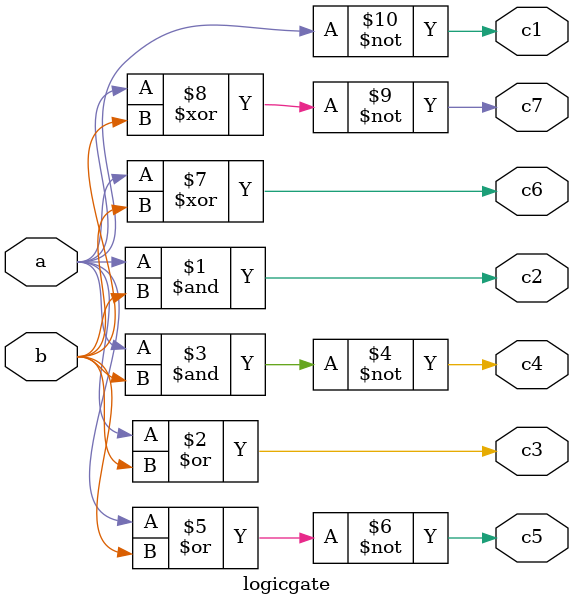
<source format=v>
module logicgate(a,b,c1,c2,c3,c4,c5,c6,c7); 
input a,b; 
output c1,c2,c3,c4,c5,c6,c7; 
not g1(c1,a); 
and g2(c2,a,b); 
or g3(c3,a,b); 
nand g4(c4,a,b); 
nor g5(c5,a,b); 
xor g6(c6,a,b); 
xnor g7(c7,a,b); 
endmodule 
</source>
